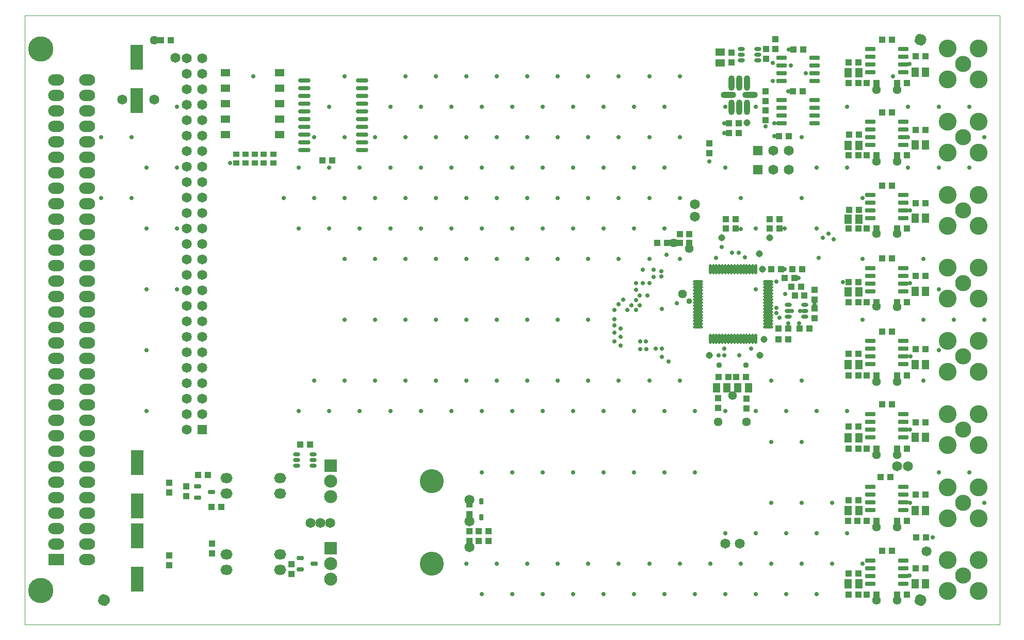
<source format=gts>
G04*
G04 #@! TF.GenerationSoftware,Altium Limited,Altium Designer,22.6.1 (34)*
G04*
G04 Layer_Color=8323857*
%FSLAX44Y44*%
%MOMM*%
G71*
G04*
G04 #@! TF.SameCoordinates,7EAFA6D0-7FEA-492A-8EC4-A6B53FA9F8CD*
G04*
G04*
G04 #@! TF.FilePolarity,Negative*
G04*
G01*
G75*
%ADD13C,0.1000*%
%ADD34C,1.8000*%
%ADD35R,1.1400X1.0900*%
%ADD36O,1.6700X0.5200*%
%ADD37O,0.5200X1.6700*%
%ADD38R,1.0900X1.1400*%
%ADD39R,1.1900X1.5400*%
G04:AMPARAMS|DCode=40|XSize=0.74mm|YSize=1.69mm|CornerRadius=0.22mm|HoleSize=0mm|Usage=FLASHONLY|Rotation=90.000|XOffset=0mm|YOffset=0mm|HoleType=Round|Shape=RoundedRectangle|*
%AMROUNDEDRECTD40*
21,1,0.7400,1.2500,0,0,90.0*
21,1,0.3000,1.6900,0,0,90.0*
1,1,0.4400,0.6250,0.1500*
1,1,0.4400,0.6250,-0.1500*
1,1,0.4400,-0.6250,-0.1500*
1,1,0.4400,-0.6250,0.1500*
%
%ADD40ROUNDEDRECTD40*%
%ADD41C,1.1400*%
%ADD42O,1.0400X2.5400*%
%ADD43O,2.5400X1.0400*%
%ADD44O,1.1400X0.6400*%
%ADD45R,1.5400X1.1900*%
%ADD46O,2.0400X0.7400*%
G04:AMPARAMS|DCode=47|XSize=0.64mm|YSize=1.04mm|CornerRadius=0.1325mm|HoleSize=0mm|Usage=FLASHONLY|Rotation=0.000|XOffset=0mm|YOffset=0mm|HoleType=Round|Shape=RoundedRectangle|*
%AMROUNDEDRECTD47*
21,1,0.6400,0.7750,0,0,0.0*
21,1,0.3750,1.0400,0,0,0.0*
1,1,0.2650,0.1875,-0.3875*
1,1,0.2650,-0.1875,-0.3875*
1,1,0.2650,-0.1875,0.3875*
1,1,0.2650,0.1875,0.3875*
%
%ADD47ROUNDEDRECTD47*%
%ADD48R,1.0400X0.8900*%
G04:AMPARAMS|DCode=49|XSize=0.74mm|YSize=1.14mm|CornerRadius=0.22mm|HoleSize=0mm|Usage=FLASHONLY|Rotation=90.000|XOffset=0mm|YOffset=0mm|HoleType=Round|Shape=RoundedRectangle|*
%AMROUNDEDRECTD49*
21,1,0.7400,0.7000,0,0,90.0*
21,1,0.3000,1.1400,0,0,90.0*
1,1,0.4400,0.3500,0.1500*
1,1,0.4400,0.3500,-0.1500*
1,1,0.4400,-0.3500,-0.1500*
1,1,0.4400,-0.3500,0.1500*
%
%ADD49ROUNDEDRECTD49*%
%ADD50O,1.9900X1.6400*%
%ADD51R,2.1400X4.1400*%
%ADD52R,1.6400X1.2400*%
%ADD53C,4.1400*%
%ADD54C,1.6400*%
%ADD55R,1.6400X1.6400*%
%ADD56C,3.9400*%
%ADD57C,2.1400*%
%ADD58R,2.1400X2.1400*%
%ADD59C,2.9400*%
%ADD60C,2.6400*%
%ADD61R,1.6400X1.6400*%
%ADD62O,2.6400X1.8400*%
%ADD63R,2.6400X1.8400*%
%ADD64C,0.7400*%
%ADD65C,1.4400*%
%ADD66C,0.9400*%
D13*
X0Y1000000D02*
X1600000D01*
X0Y0D02*
Y1000000D01*
X1600000D02*
X1600000Y0D01*
X0D02*
X1600000D01*
D34*
X1471000Y40000D02*
G03*
X1471000Y40000I-1000J0D01*
G01*
Y960000D02*
G03*
X1471000Y960000I-1000J0D01*
G01*
X131000Y40000D02*
G03*
X131000Y40000I-1000J0D01*
G01*
D35*
X761000Y137000D02*
D03*
Y153000D02*
D03*
X730000Y137000D02*
D03*
Y153000D02*
D03*
X745000D02*
D03*
Y137000D02*
D03*
X237500Y97000D02*
D03*
Y113000D02*
D03*
X1185000Y371000D02*
D03*
Y355000D02*
D03*
X1138000Y371595D02*
D03*
Y355595D02*
D03*
X1216000Y859000D02*
D03*
Y875000D02*
D03*
X1232000Y961000D02*
D03*
Y945000D02*
D03*
X1216000Y844000D02*
D03*
Y828000D02*
D03*
X1217000Y929000D02*
D03*
Y945000D02*
D03*
X1160000Y939000D02*
D03*
Y923000D02*
D03*
X1124000Y790000D02*
D03*
Y774000D02*
D03*
X1296000Y533000D02*
D03*
Y549000D02*
D03*
Y518797D02*
D03*
Y502798D02*
D03*
X237500Y217000D02*
D03*
Y233000D02*
D03*
X730000Y181000D02*
D03*
Y197000D02*
D03*
X265280Y210440D02*
D03*
Y226440D02*
D03*
X307500Y117000D02*
D03*
Y133000D02*
D03*
X438000Y99000D02*
D03*
Y83000D02*
D03*
D36*
X1105250Y488250D02*
D03*
Y493250D02*
D03*
Y498250D02*
D03*
Y503250D02*
D03*
Y508250D02*
D03*
Y513250D02*
D03*
Y518250D02*
D03*
Y523250D02*
D03*
Y528250D02*
D03*
Y533250D02*
D03*
Y538250D02*
D03*
Y543250D02*
D03*
Y548250D02*
D03*
Y553250D02*
D03*
Y558250D02*
D03*
Y563250D02*
D03*
X1219750D02*
D03*
Y558250D02*
D03*
Y553250D02*
D03*
Y548250D02*
D03*
Y543250D02*
D03*
Y538250D02*
D03*
Y533250D02*
D03*
Y528250D02*
D03*
Y523250D02*
D03*
Y518250D02*
D03*
Y513250D02*
D03*
Y508250D02*
D03*
Y503250D02*
D03*
Y498250D02*
D03*
Y493250D02*
D03*
Y488250D02*
D03*
D37*
X1125000Y583000D02*
D03*
X1130000D02*
D03*
X1135000D02*
D03*
X1140000D02*
D03*
X1145000D02*
D03*
X1150000D02*
D03*
X1155000D02*
D03*
X1160000D02*
D03*
X1165000D02*
D03*
X1170000D02*
D03*
X1175000D02*
D03*
X1180000D02*
D03*
X1185000D02*
D03*
X1190000D02*
D03*
X1195000D02*
D03*
X1200000D02*
D03*
Y468500D02*
D03*
X1195000D02*
D03*
X1190000D02*
D03*
X1185000D02*
D03*
X1180000D02*
D03*
X1175000D02*
D03*
X1170000D02*
D03*
X1165000D02*
D03*
X1160000D02*
D03*
X1155000D02*
D03*
X1150000D02*
D03*
X1145000D02*
D03*
X1140000D02*
D03*
X1135000D02*
D03*
X1130000D02*
D03*
X1125000D02*
D03*
D38*
X1463000Y143000D02*
D03*
X1479000D02*
D03*
X488520Y761500D02*
D03*
X504520D02*
D03*
X1184000Y406000D02*
D03*
X1168000D02*
D03*
X1155000D02*
D03*
X1139000D02*
D03*
X1368000Y49000D02*
D03*
X1352000D02*
D03*
Y84000D02*
D03*
X1368000D02*
D03*
X1398000Y49000D02*
D03*
X1382000D02*
D03*
X1432000D02*
D03*
X1448000D02*
D03*
X1462000Y92000D02*
D03*
X1478000D02*
D03*
X1407000Y121000D02*
D03*
X1423000D02*
D03*
X1462000Y213000D02*
D03*
X1478000D02*
D03*
X1432000Y170000D02*
D03*
X1448000D02*
D03*
X1398000D02*
D03*
X1382000D02*
D03*
X1367000D02*
D03*
X1351000D02*
D03*
X1352000Y204000D02*
D03*
X1368000D02*
D03*
X1405000Y242000D02*
D03*
X1421000D02*
D03*
X1448000Y289000D02*
D03*
X1432000D02*
D03*
X1382000D02*
D03*
X1398000D02*
D03*
X1352000D02*
D03*
X1368000D02*
D03*
Y325000D02*
D03*
X1352000D02*
D03*
X1478000Y332000D02*
D03*
X1462000D02*
D03*
X1423000Y361000D02*
D03*
X1407000D02*
D03*
X1253000Y468000D02*
D03*
X1237000D02*
D03*
X1223000Y665000D02*
D03*
X1239000D02*
D03*
X1225000Y583000D02*
D03*
X1241000D02*
D03*
X1223000Y650000D02*
D03*
X1239000D02*
D03*
X1368000D02*
D03*
X1352000D02*
D03*
Y409000D02*
D03*
X1368000D02*
D03*
Y444000D02*
D03*
X1352000D02*
D03*
X1382000Y409000D02*
D03*
X1398000D02*
D03*
X1448000D02*
D03*
X1432000D02*
D03*
X1478000Y452000D02*
D03*
X1462000D02*
D03*
X1423000Y481000D02*
D03*
X1407000D02*
D03*
X1276000Y583000D02*
D03*
X1260000D02*
D03*
X1253000Y486000D02*
D03*
X1237000D02*
D03*
X1272000D02*
D03*
X1288000D02*
D03*
X1382000Y529000D02*
D03*
X1398000D02*
D03*
X1448000D02*
D03*
X1432000D02*
D03*
X1478000Y572000D02*
D03*
X1462000D02*
D03*
X1368000Y562000D02*
D03*
X1352000D02*
D03*
Y529000D02*
D03*
X1368000D02*
D03*
X1423000Y601000D02*
D03*
X1407000D02*
D03*
X1382000Y650000D02*
D03*
X1398000D02*
D03*
X1448000D02*
D03*
X1432000D02*
D03*
X1369000Y681000D02*
D03*
X1353000D02*
D03*
X1423000Y720703D02*
D03*
X1407000D02*
D03*
X1478000Y692000D02*
D03*
X1462000D02*
D03*
X1448000Y770000D02*
D03*
X1432000D02*
D03*
X1423000Y840703D02*
D03*
X1407000D02*
D03*
X1382000Y770000D02*
D03*
X1398000D02*
D03*
X1369000Y804000D02*
D03*
X1353000D02*
D03*
X1352000Y770000D02*
D03*
X1368000D02*
D03*
X1478000Y812000D02*
D03*
X1462000D02*
D03*
X1156000Y823000D02*
D03*
X1172000D02*
D03*
X1091000Y626000D02*
D03*
X1075000D02*
D03*
X1038000D02*
D03*
X1054000D02*
D03*
X1091000Y641000D02*
D03*
X1075000D02*
D03*
X1238000Y802000D02*
D03*
X1254000D02*
D03*
X1156000Y807000D02*
D03*
X1172000D02*
D03*
X1277000Y875000D02*
D03*
X1261000D02*
D03*
X1151000Y650000D02*
D03*
X1167000D02*
D03*
X1151000Y665000D02*
D03*
X1167000D02*
D03*
X1247000Y568797D02*
D03*
X1263000D02*
D03*
X1263797Y540392D02*
D03*
X1279797D02*
D03*
X1274000Y554595D02*
D03*
X1258000D02*
D03*
X1278000Y944000D02*
D03*
X1262000D02*
D03*
X300500Y245000D02*
D03*
X284500D02*
D03*
X468000Y295000D02*
D03*
X452000D02*
D03*
X323000Y192500D02*
D03*
X307000D02*
D03*
X240000Y959000D02*
D03*
X224000D02*
D03*
X1448000Y889000D02*
D03*
X1432000D02*
D03*
X1478000Y933000D02*
D03*
X1462000D02*
D03*
X1423000Y960000D02*
D03*
X1407000D02*
D03*
X1368000Y923000D02*
D03*
X1352000D02*
D03*
Y888797D02*
D03*
X1368000D02*
D03*
X1382000D02*
D03*
X1398000D02*
D03*
D39*
X1170452Y388797D02*
D03*
X1187952D02*
D03*
X1135250D02*
D03*
X1152750D02*
D03*
X1351250Y67000D02*
D03*
X1368750D02*
D03*
X1478750D02*
D03*
X1461250D02*
D03*
X1478750Y187000D02*
D03*
X1461250D02*
D03*
X1351250D02*
D03*
X1368750D02*
D03*
X1351250Y306000D02*
D03*
X1368750D02*
D03*
X1478750Y307000D02*
D03*
X1461250D02*
D03*
X1351250Y427000D02*
D03*
X1368750D02*
D03*
X1478750D02*
D03*
X1461250D02*
D03*
X1351250Y546000D02*
D03*
X1368750D02*
D03*
X1478750Y547000D02*
D03*
X1461250D02*
D03*
X1478750Y667000D02*
D03*
X1461250D02*
D03*
X1351250Y665000D02*
D03*
X1368750D02*
D03*
X1351250Y786797D02*
D03*
X1368750D02*
D03*
X1478750Y787000D02*
D03*
X1461250D02*
D03*
Y907000D02*
D03*
X1478750D02*
D03*
X1368750Y906000D02*
D03*
X1351250D02*
D03*
D40*
X1442000Y105050D02*
D03*
Y92350D02*
D03*
Y79650D02*
D03*
Y66950D02*
D03*
X1388000D02*
D03*
Y79650D02*
D03*
Y92350D02*
D03*
Y105050D02*
D03*
X1442000Y225860D02*
D03*
Y213160D02*
D03*
Y200460D02*
D03*
Y187760D02*
D03*
X1388000D02*
D03*
Y200460D02*
D03*
Y213160D02*
D03*
Y225860D02*
D03*
Y345050D02*
D03*
Y332350D02*
D03*
Y319650D02*
D03*
Y306950D02*
D03*
X1442000D02*
D03*
Y319650D02*
D03*
Y332350D02*
D03*
Y345050D02*
D03*
X1388000Y825050D02*
D03*
Y812350D02*
D03*
Y799650D02*
D03*
Y786950D02*
D03*
X1442000D02*
D03*
Y799650D02*
D03*
Y812350D02*
D03*
Y825050D02*
D03*
X1388000Y465360D02*
D03*
Y452660D02*
D03*
Y439960D02*
D03*
Y427260D02*
D03*
X1442000D02*
D03*
Y439960D02*
D03*
Y452660D02*
D03*
Y465360D02*
D03*
Y945050D02*
D03*
Y932350D02*
D03*
Y919650D02*
D03*
Y906950D02*
D03*
X1388000D02*
D03*
Y919650D02*
D03*
Y932350D02*
D03*
Y945050D02*
D03*
Y585050D02*
D03*
Y572350D02*
D03*
Y559650D02*
D03*
Y546950D02*
D03*
X1442000D02*
D03*
Y559650D02*
D03*
Y572350D02*
D03*
Y585050D02*
D03*
X1388000Y705050D02*
D03*
Y692350D02*
D03*
Y679650D02*
D03*
Y666950D02*
D03*
X1442000D02*
D03*
Y679650D02*
D03*
Y692350D02*
D03*
Y705050D02*
D03*
X1296000Y861050D02*
D03*
Y848350D02*
D03*
Y835650D02*
D03*
Y822950D02*
D03*
X1242000D02*
D03*
Y835650D02*
D03*
Y848350D02*
D03*
Y861050D02*
D03*
X1296350Y930360D02*
D03*
Y917660D02*
D03*
Y904960D02*
D03*
Y892260D02*
D03*
X1242350D02*
D03*
Y904960D02*
D03*
Y917660D02*
D03*
Y930360D02*
D03*
D41*
X1144000Y635000D02*
D03*
X1223000D02*
D03*
X1207000Y442000D02*
D03*
X1213000Y468000D02*
D03*
X1124000Y442000D02*
D03*
X1185700Y823325D02*
D03*
X1206000Y609000D02*
D03*
X1211000Y583000D02*
D03*
D42*
X1185700Y889250D02*
D03*
X1173000Y889250D02*
D03*
X1160300Y889250D02*
D03*
Y848750D02*
D03*
X1173000Y848750D02*
D03*
X1185700Y848750D02*
D03*
D43*
X1155250Y869000D02*
D03*
X1190750D02*
D03*
D44*
X1176000Y945000D02*
D03*
X1176000Y935500D02*
D03*
X1176000Y926000D02*
D03*
X1203000Y945000D02*
D03*
X1203000Y935500D02*
D03*
X1203000Y926000D02*
D03*
X1253500Y524490D02*
D03*
X1253500Y514990D02*
D03*
X1253500Y505490D02*
D03*
X1280500Y524490D02*
D03*
X1280500Y514990D02*
D03*
X1280500Y505490D02*
D03*
X473500Y260500D02*
D03*
X473500Y270000D02*
D03*
X473500Y279500D02*
D03*
X446500Y260500D02*
D03*
X446500Y270000D02*
D03*
X446500Y279500D02*
D03*
D45*
X1141000Y922250D02*
D03*
Y939750D02*
D03*
D46*
X459020Y893150D02*
D03*
Y880450D02*
D03*
Y867750D02*
D03*
Y855050D02*
D03*
Y842350D02*
D03*
Y829650D02*
D03*
Y816950D02*
D03*
Y804250D02*
D03*
Y791550D02*
D03*
Y778850D02*
D03*
X554020Y893150D02*
D03*
Y880450D02*
D03*
Y867750D02*
D03*
Y855050D02*
D03*
Y842350D02*
D03*
Y829650D02*
D03*
Y816950D02*
D03*
Y804250D02*
D03*
Y791550D02*
D03*
Y778850D02*
D03*
D47*
X749000Y176000D02*
D03*
Y202000D02*
D03*
D48*
X408000Y758000D02*
D03*
Y772000D02*
D03*
X392500Y758000D02*
D03*
Y772000D02*
D03*
X377500Y758000D02*
D03*
Y772000D02*
D03*
X362500Y758000D02*
D03*
Y772000D02*
D03*
X347500Y758000D02*
D03*
Y772000D02*
D03*
D49*
X306500Y217500D02*
D03*
X283500Y208000D02*
D03*
Y227000D02*
D03*
X475500Y100000D02*
D03*
X452500Y90500D02*
D03*
Y109500D02*
D03*
D50*
X330750Y115200D02*
D03*
Y89800D02*
D03*
X419250Y115200D02*
D03*
Y89800D02*
D03*
X330750Y240200D02*
D03*
Y214800D02*
D03*
X419250Y240200D02*
D03*
Y214800D02*
D03*
D51*
X185000Y74500D02*
D03*
Y145500D02*
D03*
X185000Y195000D02*
D03*
Y266000D02*
D03*
X184000Y931500D02*
D03*
Y860500D02*
D03*
D52*
X418180Y905800D02*
D03*
Y880400D02*
D03*
X329280Y804200D02*
D03*
X329230Y829600D02*
D03*
X418180Y804200D02*
D03*
X329230Y855000D02*
D03*
X418180Y829600D02*
D03*
X329230Y880400D02*
D03*
X418180Y855000D02*
D03*
X329230Y905800D02*
D03*
D53*
X26000Y55500D02*
D03*
Y944500D02*
D03*
D54*
X265600Y929600D02*
D03*
X291000D02*
D03*
X265600Y904200D02*
D03*
X291000D02*
D03*
X265600Y878800D02*
D03*
X291000D02*
D03*
X265600Y853400D02*
D03*
X291000D02*
D03*
X265600Y828000D02*
D03*
X291000D02*
D03*
X265600Y802600D02*
D03*
X291000D02*
D03*
X265600Y777200D02*
D03*
X291000D02*
D03*
X265600Y751800D02*
D03*
X291000D02*
D03*
X265600Y726400D02*
D03*
X291000D02*
D03*
X265600Y701000D02*
D03*
X291000D02*
D03*
X265600Y675600D02*
D03*
X291000D02*
D03*
X265600Y650200D02*
D03*
X291000D02*
D03*
X265600Y624800D02*
D03*
X291000D02*
D03*
X265600Y599400D02*
D03*
X291000D02*
D03*
X265600Y574000D02*
D03*
X291000D02*
D03*
Y396200D02*
D03*
Y345400D02*
D03*
X265600Y320000D02*
D03*
Y345400D02*
D03*
X291000Y370800D02*
D03*
X265600D02*
D03*
Y396200D02*
D03*
X291000Y421600D02*
D03*
X265600D02*
D03*
X291000Y447000D02*
D03*
X265600D02*
D03*
X291000Y472400D02*
D03*
X265600D02*
D03*
X291000Y497800D02*
D03*
X265600D02*
D03*
X291000Y523200D02*
D03*
X265600D02*
D03*
X291000Y548600D02*
D03*
X265600D02*
D03*
X1254400Y747000D02*
D03*
X1229000D02*
D03*
Y778000D02*
D03*
X1254400D02*
D03*
X247000Y930000D02*
D03*
X501000Y167000D02*
D03*
X1173284Y133000D02*
D03*
X1150000D02*
D03*
X730000Y127000D02*
D03*
Y169000D02*
D03*
Y205000D02*
D03*
X1450000Y260000D02*
D03*
X213000Y862000D02*
D03*
X485000Y167000D02*
D03*
X469000D02*
D03*
X1100000Y690000D02*
D03*
X1480000Y120000D02*
D03*
X160500Y861500D02*
D03*
X1432000Y260000D02*
D03*
X1100000Y670000D02*
D03*
D55*
X291000Y320000D02*
D03*
D56*
X668000Y99400D02*
D03*
X668500Y235400D02*
D03*
D57*
X502000Y74000D02*
D03*
Y99400D02*
D03*
X502500Y210000D02*
D03*
Y235400D02*
D03*
D58*
X502000Y124800D02*
D03*
X502500Y260800D02*
D03*
D59*
X1514600Y105400D02*
D03*
X1565400D02*
D03*
Y54600D02*
D03*
X1514600D02*
D03*
Y225400D02*
D03*
X1565400D02*
D03*
Y174600D02*
D03*
X1514600D02*
D03*
Y345400D02*
D03*
X1565400D02*
D03*
Y294600D02*
D03*
X1514600D02*
D03*
Y465400D02*
D03*
X1565400D02*
D03*
Y414600D02*
D03*
X1514600D02*
D03*
Y585400D02*
D03*
X1565400D02*
D03*
Y534600D02*
D03*
X1514600D02*
D03*
Y945400D02*
D03*
X1565400D02*
D03*
Y894600D02*
D03*
X1514600D02*
D03*
Y705400D02*
D03*
X1565400D02*
D03*
Y654600D02*
D03*
X1514600D02*
D03*
Y825400D02*
D03*
X1565400D02*
D03*
Y774600D02*
D03*
X1514600D02*
D03*
D60*
X1540000Y80000D02*
D03*
Y200000D02*
D03*
Y320000D02*
D03*
Y440000D02*
D03*
Y560000D02*
D03*
Y920000D02*
D03*
Y680000D02*
D03*
Y800000D02*
D03*
D61*
X1203600Y747000D02*
D03*
Y778000D02*
D03*
D62*
X102200Y868300D02*
D03*
Y842900D02*
D03*
Y817500D02*
D03*
Y792100D02*
D03*
Y766700D02*
D03*
Y741300D02*
D03*
Y715900D02*
D03*
Y690500D02*
D03*
Y665100D02*
D03*
Y639700D02*
D03*
Y614300D02*
D03*
Y309500D02*
D03*
Y334900D02*
D03*
Y360300D02*
D03*
Y385700D02*
D03*
Y411100D02*
D03*
Y436500D02*
D03*
Y461900D02*
D03*
Y487300D02*
D03*
Y512700D02*
D03*
Y538100D02*
D03*
Y563500D02*
D03*
Y588900D02*
D03*
Y893700D02*
D03*
X51400Y792100D02*
D03*
Y715900D02*
D03*
Y639700D02*
D03*
Y360300D02*
D03*
Y284100D02*
D03*
Y207900D02*
D03*
Y131700D02*
D03*
Y411100D02*
D03*
Y436500D02*
D03*
X51400Y461900D02*
D03*
X51400Y487300D02*
D03*
Y512700D02*
D03*
Y538100D02*
D03*
Y563500D02*
D03*
Y588900D02*
D03*
Y614300D02*
D03*
Y665100D02*
D03*
X51400Y690500D02*
D03*
X51400Y741300D02*
D03*
Y766700D02*
D03*
X51400Y817500D02*
D03*
X51400Y842900D02*
D03*
Y893700D02*
D03*
Y385700D02*
D03*
X51400Y334900D02*
D03*
X51400Y309500D02*
D03*
Y258700D02*
D03*
X51400Y233300D02*
D03*
X51400Y182500D02*
D03*
Y157100D02*
D03*
X102200Y258700D02*
D03*
Y233300D02*
D03*
Y182500D02*
D03*
Y157100D02*
D03*
X51400Y868300D02*
D03*
X102200Y284100D02*
D03*
Y207900D02*
D03*
Y131700D02*
D03*
Y106300D02*
D03*
D63*
X51400D02*
D03*
D64*
X1200000Y550000D02*
D03*
X1100000Y350000D02*
D03*
X1075000Y900000D02*
D03*
X1050000Y850000D02*
D03*
X1075000Y800000D02*
D03*
X1050000Y750000D02*
D03*
X1075000Y700000D02*
D03*
X1050000Y650000D02*
D03*
X1075000Y600000D02*
D03*
Y400000D02*
D03*
X1050000Y350000D02*
D03*
X1025000Y900000D02*
D03*
X1000000Y850000D02*
D03*
X1025000Y800000D02*
D03*
X1000000Y750000D02*
D03*
X1025000Y700000D02*
D03*
X1000000Y650000D02*
D03*
X1025000Y600000D02*
D03*
Y400000D02*
D03*
X1000000Y350000D02*
D03*
X975000Y900000D02*
D03*
X950000Y850000D02*
D03*
X975000Y800000D02*
D03*
X950000Y750000D02*
D03*
X975000Y700000D02*
D03*
X950000Y650000D02*
D03*
X975000Y600000D02*
D03*
Y400000D02*
D03*
X950000Y350000D02*
D03*
X925000Y900000D02*
D03*
X900000Y850000D02*
D03*
X925000Y800000D02*
D03*
X900000Y750000D02*
D03*
X925000Y700000D02*
D03*
X900000Y650000D02*
D03*
X925000Y600000D02*
D03*
Y500000D02*
D03*
Y400000D02*
D03*
X900000Y350000D02*
D03*
X875000Y900000D02*
D03*
X850000Y850000D02*
D03*
X875000Y800000D02*
D03*
X850000Y750000D02*
D03*
X875000Y700000D02*
D03*
X850000Y650000D02*
D03*
X875000Y600000D02*
D03*
Y500000D02*
D03*
Y400000D02*
D03*
X850000Y350000D02*
D03*
X825000Y900000D02*
D03*
X800000Y850000D02*
D03*
X825000Y800000D02*
D03*
X800000Y750000D02*
D03*
X825000Y700000D02*
D03*
X800000Y650000D02*
D03*
X825000Y600000D02*
D03*
Y500000D02*
D03*
Y400000D02*
D03*
X800000Y350000D02*
D03*
X775000Y900000D02*
D03*
X750000Y850000D02*
D03*
X775000Y800000D02*
D03*
X750000Y750000D02*
D03*
X775000Y700000D02*
D03*
X750000Y650000D02*
D03*
X775000Y600000D02*
D03*
Y500000D02*
D03*
Y400000D02*
D03*
X750000Y350000D02*
D03*
X725000Y900000D02*
D03*
X700000Y850000D02*
D03*
X725000Y800000D02*
D03*
X700000Y750000D02*
D03*
X725000Y700000D02*
D03*
X700000Y650000D02*
D03*
X725000Y600000D02*
D03*
Y500000D02*
D03*
Y400000D02*
D03*
X700000Y350000D02*
D03*
X675000Y900000D02*
D03*
X650000Y850000D02*
D03*
X675000Y800000D02*
D03*
X650000Y750000D02*
D03*
X675000Y700000D02*
D03*
X650000Y650000D02*
D03*
X675000Y600000D02*
D03*
Y500000D02*
D03*
Y400000D02*
D03*
X650000Y350000D02*
D03*
X625000Y900000D02*
D03*
X600000Y850000D02*
D03*
X625000Y800000D02*
D03*
X600000Y750000D02*
D03*
X625000Y700000D02*
D03*
X600000Y650000D02*
D03*
X625000Y600000D02*
D03*
Y500000D02*
D03*
Y400000D02*
D03*
X600000Y350000D02*
D03*
X575000Y800000D02*
D03*
X550000Y750000D02*
D03*
X575000Y700000D02*
D03*
X550000Y650000D02*
D03*
X575000Y600000D02*
D03*
Y500000D02*
D03*
Y400000D02*
D03*
X550000Y350000D02*
D03*
X525000Y900000D02*
D03*
X500000Y850000D02*
D03*
X525000Y800000D02*
D03*
X500000Y750000D02*
D03*
X525000Y700000D02*
D03*
X500000Y650000D02*
D03*
X525000Y600000D02*
D03*
Y500000D02*
D03*
Y400000D02*
D03*
X500000Y350000D02*
D03*
X475000Y800000D02*
D03*
X450000Y750000D02*
D03*
X475000Y700000D02*
D03*
X450000Y650000D02*
D03*
X475000Y400000D02*
D03*
X450000Y350000D02*
D03*
X425000Y700000D02*
D03*
X375000Y900000D02*
D03*
X250000Y850000D02*
D03*
Y750000D02*
D03*
Y650000D02*
D03*
Y550000D02*
D03*
X200000Y750000D02*
D03*
Y650000D02*
D03*
Y550000D02*
D03*
Y450000D02*
D03*
Y350000D02*
D03*
X175000Y800000D02*
D03*
Y700000D02*
D03*
X125000Y800000D02*
D03*
Y700000D02*
D03*
X1550000Y850000D02*
D03*
X1575000Y800000D02*
D03*
X1550000Y750000D02*
D03*
X1575000Y500000D02*
D03*
X1550000Y250000D02*
D03*
X1575000Y200000D02*
D03*
X1500000Y850000D02*
D03*
Y750000D02*
D03*
Y550000D02*
D03*
X1525000Y500000D02*
D03*
X1500000Y450000D02*
D03*
Y250000D02*
D03*
X1450000Y850000D02*
D03*
Y750000D02*
D03*
X1475000Y600000D02*
D03*
Y500000D02*
D03*
Y400000D02*
D03*
X1425000Y900000D02*
D03*
X1350000Y850000D02*
D03*
Y750000D02*
D03*
X1375000Y700000D02*
D03*
Y600000D02*
D03*
Y500000D02*
D03*
X1350000Y350000D02*
D03*
Y150000D02*
D03*
X1375000Y100000D02*
D03*
X1300000Y750000D02*
D03*
Y650000D02*
D03*
Y350000D02*
D03*
X1325000Y200000D02*
D03*
X1300000Y150000D02*
D03*
X1325000Y100000D02*
D03*
X1300000Y50000D02*
D03*
X1275000Y800000D02*
D03*
Y700000D02*
D03*
Y400000D02*
D03*
X1250000Y350000D02*
D03*
X1275000Y300000D02*
D03*
Y200000D02*
D03*
X1250000Y150000D02*
D03*
X1275000Y100000D02*
D03*
X1250000Y50000D02*
D03*
X1200000Y850000D02*
D03*
Y650000D02*
D03*
X1225000Y400000D02*
D03*
X1200000Y350000D02*
D03*
X1225000Y300000D02*
D03*
Y200000D02*
D03*
X1200000Y150000D02*
D03*
X1225000Y100000D02*
D03*
X1200000Y50000D02*
D03*
X1150000Y850000D02*
D03*
Y750000D02*
D03*
X1175000Y700000D02*
D03*
X1150000Y350000D02*
D03*
Y150000D02*
D03*
X1175000Y100000D02*
D03*
X1150000Y50000D02*
D03*
X1100000Y250000D02*
D03*
X1125000Y100000D02*
D03*
X1100000Y50000D02*
D03*
X1050000Y250000D02*
D03*
X1075000Y100000D02*
D03*
X1050000Y50000D02*
D03*
X1000000Y250000D02*
D03*
X1025000Y100000D02*
D03*
X1000000Y50000D02*
D03*
X950000Y250000D02*
D03*
X975000Y100000D02*
D03*
X950000Y50000D02*
D03*
X900000Y250000D02*
D03*
X925000Y100000D02*
D03*
X900000Y50000D02*
D03*
X850000Y250000D02*
D03*
X875000Y100000D02*
D03*
X850000Y50000D02*
D03*
X800000Y250000D02*
D03*
X825000Y100000D02*
D03*
X800000Y50000D02*
D03*
X750000Y250000D02*
D03*
X775000Y100000D02*
D03*
X750000Y50000D02*
D03*
X725000Y100000D02*
D03*
X1148000Y442000D02*
D03*
X1139000D02*
D03*
X1452000Y920000D02*
D03*
X337000Y758000D02*
D03*
X1228000Y922000D02*
D03*
Y892000D02*
D03*
X1144000Y620000D02*
D03*
X1230000Y802000D02*
D03*
X1230000Y823000D02*
D03*
X1490000Y143000D02*
D03*
X1303000Y602000D02*
D03*
X1328000Y632000D02*
D03*
X1319000Y642000D02*
D03*
X1310000Y635000D02*
D03*
X1253000Y494000D02*
D03*
X1271000D02*
D03*
X1273000Y515000D02*
D03*
X1259500D02*
D03*
X1296000Y526000D02*
D03*
X1270000Y569000D02*
D03*
X1175000Y649101D02*
D03*
X1247000Y650000D02*
D03*
X1452000Y80000D02*
D03*
X1453000Y200000D02*
D03*
X1343000Y562000D02*
D03*
X1453000Y320000D02*
D03*
Y560000D02*
D03*
X1454000Y440000D02*
D03*
X1247000Y583000D02*
D03*
X1192000Y453000D02*
D03*
X1173000Y442000D02*
D03*
X1032389Y570389D02*
D03*
X1248000Y543000D02*
D03*
X1234000Y563000D02*
D03*
X1032000Y582000D02*
D03*
X1045000Y580000D02*
D03*
Y571000D02*
D03*
X1014000Y582000D02*
D03*
X1025000Y560000D02*
D03*
X1014000D02*
D03*
X1003000D02*
D03*
X1239000Y503750D02*
D03*
X1234000Y511000D02*
D03*
Y520000D02*
D03*
X1172000Y610000D02*
D03*
X1160500D02*
D03*
X1182000Y603000D02*
D03*
X1134611Y601611D02*
D03*
X1148389Y452611D02*
D03*
X1046000Y453000D02*
D03*
X1036000D02*
D03*
X1046000Y439000D02*
D03*
X1057000Y432000D02*
D03*
X1453000Y680000D02*
D03*
X1450000Y800000D02*
D03*
X1124000Y760000D02*
D03*
X1257000Y918000D02*
D03*
X1282000Y905000D02*
D03*
X1148000Y823000D02*
D03*
Y807000D02*
D03*
X1216000Y818000D02*
D03*
X1254000Y944000D02*
D03*
X1053000Y607000D02*
D03*
X1253000Y875000D02*
D03*
X978000Y472000D02*
D03*
X968000Y479000D02*
D03*
X1019389Y464611D02*
D03*
X978000Y458000D02*
D03*
X968000Y465000D02*
D03*
X1010000D02*
D03*
Y452000D02*
D03*
X1020000D02*
D03*
X1022000Y540000D02*
D03*
X982000Y533000D02*
D03*
X1046000Y518000D02*
D03*
X975000Y526000D02*
D03*
X1070500Y527000D02*
D03*
X1009000Y540000D02*
D03*
X1003000Y532000D02*
D03*
X1009000Y524000D02*
D03*
X996000D02*
D03*
X989000Y516000D02*
D03*
X1003000D02*
D03*
X968000D02*
D03*
Y491000D02*
D03*
X978000Y486000D02*
D03*
X1003000Y549000D02*
D03*
X968000Y501000D02*
D03*
D65*
X213000Y959000D02*
D03*
X1398000Y40000D02*
D03*
Y399000D02*
D03*
X1162000Y376000D02*
D03*
X1432000Y160000D02*
D03*
X1398000D02*
D03*
X1432000Y399000D02*
D03*
Y278000D02*
D03*
X1398000D02*
D03*
Y878000D02*
D03*
X1432000D02*
D03*
Y521000D02*
D03*
X1398000Y522000D02*
D03*
X1185000Y333000D02*
D03*
X1138000D02*
D03*
X1080000Y543000D02*
D03*
X1432000Y642000D02*
D03*
X1398000D02*
D03*
X1432000Y760000D02*
D03*
X1398000D02*
D03*
X1432000Y40000D02*
D03*
X1065000Y626000D02*
D03*
X1091000Y617000D02*
D03*
D66*
X1184000Y425500D02*
D03*
X1140000Y426000D02*
D03*
X1091000Y531000D02*
D03*
M02*

</source>
